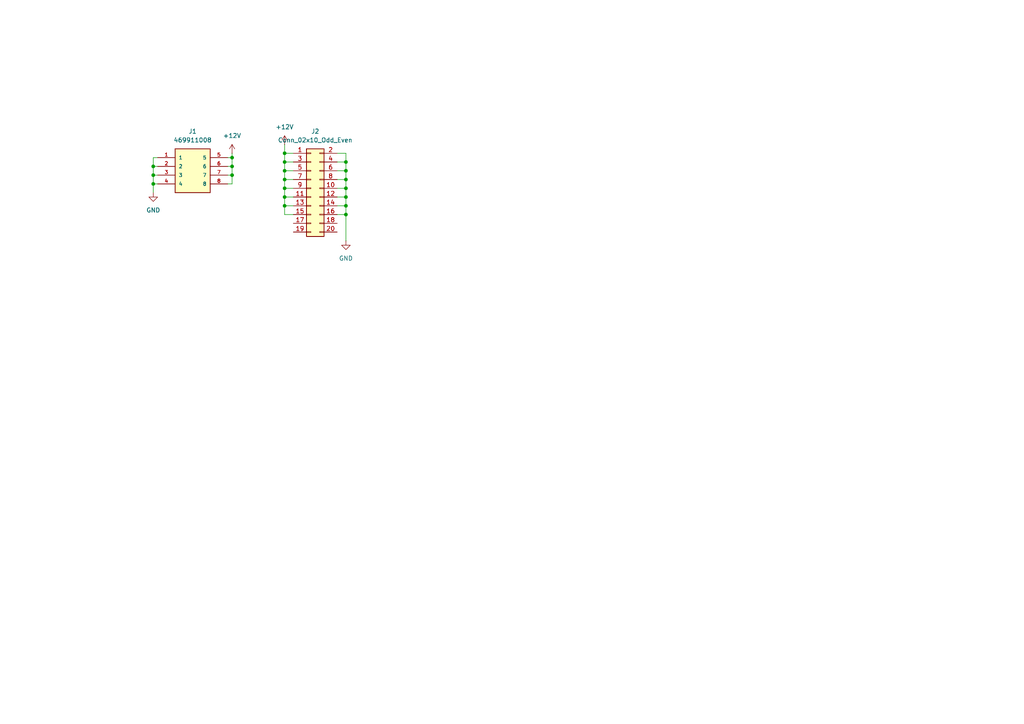
<source format=kicad_sch>
(kicad_sch (version 20231120) (generator "eeschema") (generator_version "8.0")
  (paper "A4")
  (lib_symbols
    (symbol "0039281083:0039281083" (pin_names (offset 1.016))
      (property "Reference" "J" (at -5.08 5.842 0))
      (property "Value" "0039281083" (at -5.08 -8.382 0))
      (symbol "0039281083_0_0"
        (rectangle (start -5.08 -7.62) (end 5.08 5.08) (stroke (width 0.254)) (fill (type background)))
        (pin passive line (at -10.16 2.54 0) (length 5.08) (name "1") (number "1"))
        (pin passive line (at -10.16 0 0) (length 5.08) (name "2") (number "2"))
        (pin passive line (at -10.16 -2.54 0) (length 5.08) (name "3") (number "3"))
        (pin passive line (at -10.16 -5.08 0) (length 5.08) (name "4") (number "4"))
        (pin passive line (at 10.16 2.54 180) (length 5.08) (name "5") (number "5"))
        (pin passive line (at 10.16 0 180) (length 5.08) (name "6") (number "6"))
        (pin passive line (at 10.16 -2.54 180) (length 5.08) (name "7") (number "7"))
        (pin passive line (at 10.16 -5.08 180) (length 5.08) (name "8") (number "8"))
      )
    )
    (symbol "Connector_Generic:Conn_02x10_Odd_Even" (pin_names (offset 1.016) hide)
      (property "Reference" "J" (at 1.27 12.7 0))
      (property "Value" "Conn_02x10_Odd_Even" (at 1.27 -15.24 0))
      (symbol "Conn_02x10_Odd_Even_1_1"
        (rectangle (start -1.27 -12.573) (end 0 -12.827) (stroke (width 0.1524)))
        (rectangle (start -1.27 -10.033) (end 0 -10.287) (stroke (width 0.1524)))
        (rectangle (start -1.27 -7.493) (end 0 -7.747) (stroke (width 0.1524)))
        (rectangle (start -1.27 -4.953) (end 0 -5.207) (stroke (width 0.1524)))
        (rectangle (start -1.27 -2.413) (end 0 -2.667) (stroke (width 0.1524)))
        (rectangle (start -1.27 0.127) (end 0 -0.127) (stroke (width 0.1524)))
        (rectangle (start -1.27 2.667) (end 0 2.413) (stroke (width 0.1524)))
        (rectangle (start -1.27 5.207) (end 0 4.953) (stroke (width 0.1524)))
        (rectangle (start -1.27 7.747) (end 0 7.493) (stroke (width 0.1524)))
        (rectangle (start -1.27 10.287) (end 0 10.033) (stroke (width 0.1524)))
        (rectangle (start -1.27 11.43) (end 3.81 -13.97) (stroke (width 0.254)) (fill (type background)))
        (rectangle (start 3.81 -12.573) (end 2.54 -12.827) (stroke (width 0.1524)))
        (rectangle (start 3.81 -10.033) (end 2.54 -10.287) (stroke (width 0.1524)))
        (rectangle (start 3.81 -7.493) (end 2.54 -7.747) (stroke (width 0.1524)))
        (rectangle (start 3.81 -4.953) (end 2.54 -5.207) (stroke (width 0.1524)))
        (rectangle (start 3.81 -2.413) (end 2.54 -2.667) (stroke (width 0.1524)))
        (rectangle (start 3.81 0.127) (end 2.54 -0.127) (stroke (width 0.1524)))
        (rectangle (start 3.81 2.667) (end 2.54 2.413) (stroke (width 0.1524)))
        (rectangle (start 3.81 5.207) (end 2.54 4.953) (stroke (width 0.1524)))
        (rectangle (start 3.81 7.747) (end 2.54 7.493) (stroke (width 0.1524)))
        (rectangle (start 3.81 10.287) (end 2.54 10.033) (stroke (width 0.1524)))
        (pin passive line (at -5.08 10.16 0) (length 3.81) (name "Pin_1") (number "1"))
        (pin passive line (at 7.62 0 180) (length 3.81) (name "Pin_10") (number "10"))
        (pin passive line (at -5.08 -2.54 0) (length 3.81) (name "Pin_11") (number "11"))
        (pin passive line (at 7.62 -2.54 180) (length 3.81) (name "Pin_12") (number "12"))
        (pin passive line (at -5.08 -5.08 0) (length 3.81) (name "Pin_13") (number "13"))
        (pin passive line (at 7.62 -5.08 180) (length 3.81) (name "Pin_14") (number "14"))
        (pin passive line (at -5.08 -7.62 0) (length 3.81) (name "Pin_15") (number "15"))
        (pin passive line (at 7.62 -7.62 180) (length 3.81) (name "Pin_16") (number "16"))
        (pin passive line (at -5.08 -10.16 0) (length 3.81) (name "Pin_17") (number "17"))
        (pin passive line (at 7.62 -10.16 180) (length 3.81) (name "Pin_18") (number "18"))
        (pin passive line (at -5.08 -12.7 0) (length 3.81) (name "Pin_19") (number "19"))
        (pin passive line (at 7.62 10.16 180) (length 3.81) (name "Pin_2") (number "2"))
        (pin passive line (at 7.62 -12.7 180) (length 3.81) (name "Pin_20") (number "20"))
        (pin passive line (at -5.08 7.62 0) (length 3.81) (name "Pin_3") (number "3"))
        (pin passive line (at 7.62 7.62 180) (length 3.81) (name "Pin_4") (number "4"))
        (pin passive line (at -5.08 5.08 0) (length 3.81) (name "Pin_5") (number "5"))
        (pin passive line (at 7.62 5.08 180) (length 3.81) (name "Pin_6") (number "6"))
        (pin passive line (at -5.08 2.54 0) (length 3.81) (name "Pin_7") (number "7"))
        (pin passive line (at 7.62 2.54 180) (length 3.81) (name "Pin_8") (number "8"))
        (pin passive line (at -5.08 0 0) (length 3.81) (name "Pin_9") (number "9"))
      )
    )
    (symbol "power:+12V" (power) (pin_numbers hide) (pin_names (offset 0) hide)
      (property "Value" "+12V" (at 0 3.556 0))
      (symbol "+12V_0_1"
        (polyline (pts (xy -0.762 1.27) (xy 0 2.54)))
        (polyline (pts (xy 0 0) (xy 0 2.54)))
        (polyline (pts (xy 0 2.54) (xy 0.762 1.27)))
      )
      (symbol "+12V_1_1"
        (pin power_in line (at 0 0 90) (length 0) (name "~") (number "1"))
      )
    )
    (symbol "power:GND" (power) (pin_numbers hide) (pin_names (offset 0) hide)
      (property "Value" "GND" (at 0 -3.81 0))
      (symbol "GND_0_1"
        (polyline (pts (xy 0 0) (xy 0 -1.27) (xy 1.27 -1.27) (xy 0 -2.54) (xy -1.27 -1.27) (xy 0 -1.27)))
      )
      (symbol "GND_1_1"
        (pin power_in line (at 0 0 270) (length 0) (name "~") (number "1"))
      )
    )
  )
  (junction (at 100.33 52.07))
  (junction (at 82.55 46.99))
  (junction (at 67.31 45.72))
  (junction (at 100.33 59.69))
  (junction (at 82.55 59.69))
  (junction (at 67.31 50.8))
  (junction (at 82.55 52.07))
  (junction (at 44.45 48.26))
  (junction (at 82.55 57.15))
  (junction (at 44.45 53.34))
  (junction (at 82.55 54.61))
  (junction (at 100.33 57.15))
  (junction (at 100.33 46.99))
  (junction (at 82.55 44.45))
  (junction (at 100.33 49.53))
  (junction (at 67.31 48.26))
  (junction (at 100.33 62.23))
  (junction (at 100.33 54.61))
  (junction (at 44.45 50.8))
  (junction (at 82.55 49.53))
  (wire (pts (xy 100.33 54.61) (xy 100.33 57.15)))
  (wire (pts (xy 82.55 57.15) (xy 82.55 54.61)))
  (wire (pts (xy 82.55 49.53) (xy 85.09 49.53)))
  (wire (pts (xy 100.33 46.99) (xy 100.33 49.53)))
  (wire (pts (xy 82.55 52.07) (xy 82.55 54.61)))
  (wire (pts (xy 85.09 46.99) (xy 82.55 46.99)))
  (wire (pts (xy 45.72 45.72) (xy 44.45 45.72)))
  (wire (pts (xy 67.31 53.34) (xy 67.31 50.8)))
  (wire (pts (xy 66.04 48.26) (xy 67.31 48.26)))
  (wire (pts (xy 44.45 48.26) (xy 44.45 50.8)))
  (wire (pts (xy 97.79 46.99) (xy 100.33 46.99)))
  (wire (pts (xy 67.31 45.72) (xy 67.31 44.45)))
  (wire (pts (xy 97.79 49.53) (xy 100.33 49.53)))
  (wire (pts (xy 100.33 44.45) (xy 100.33 46.99)))
  (wire (pts (xy 97.79 57.15) (xy 100.33 57.15)))
  (wire (pts (xy 82.55 62.23) (xy 82.55 59.69)))
  (wire (pts (xy 100.33 57.15) (xy 100.33 59.69)))
  (wire (pts (xy 97.79 54.61) (xy 100.33 54.61)))
  (wire (pts (xy 82.55 52.07) (xy 82.55 49.53)))
  (wire (pts (xy 45.72 48.26) (xy 44.45 48.26)))
  (wire (pts (xy 85.09 62.23) (xy 82.55 62.23)))
  (wire (pts (xy 100.33 62.23) (xy 100.33 69.85)))
  (wire (pts (xy 100.33 49.53) (xy 100.33 52.07)))
  (wire (pts (xy 85.09 59.69) (xy 82.55 59.69)))
  (wire (pts (xy 66.04 50.8) (xy 67.31 50.8)))
  (wire (pts (xy 66.04 45.72) (xy 67.31 45.72)))
  (wire (pts (xy 97.79 44.45) (xy 100.33 44.45)))
  (wire (pts (xy 97.79 62.23) (xy 100.33 62.23)))
  (wire (pts (xy 97.79 59.69) (xy 100.33 59.69)))
  (wire (pts (xy 82.55 46.99) (xy 82.55 49.53)))
  (wire (pts (xy 67.31 48.26) (xy 67.31 45.72)))
  (wire (pts (xy 100.33 59.69) (xy 100.33 62.23)))
  (wire (pts (xy 100.33 52.07) (xy 100.33 54.61)))
  (wire (pts (xy 44.45 53.34) (xy 44.45 55.88)))
  (wire (pts (xy 85.09 52.07) (xy 82.55 52.07)))
  (wire (pts (xy 45.72 50.8) (xy 44.45 50.8)))
  (wire (pts (xy 85.09 57.15) (xy 82.55 57.15)))
  (wire (pts (xy 44.45 45.72) (xy 44.45 48.26)))
  (wire (pts (xy 67.31 50.8) (xy 67.31 48.26)))
  (wire (pts (xy 82.55 46.99) (xy 82.55 44.45)))
  (wire (pts (xy 82.55 54.61) (xy 85.09 54.61)))
  (wire (pts (xy 66.04 53.34) (xy 67.31 53.34)))
  (wire (pts (xy 45.72 53.34) (xy 44.45 53.34)))
  (wire (pts (xy 82.55 41.91) (xy 82.55 44.45)))
  (wire (pts (xy 82.55 44.45) (xy 85.09 44.45)))
  (wire (pts (xy 82.55 59.69) (xy 82.55 57.15)))
  (wire (pts (xy 44.45 50.8) (xy 44.45 53.34)))
  (wire (pts (xy 97.79 52.07) (xy 100.33 52.07)))
  (symbol (lib_id "power:+12V") (at 82.55 41.91 0) (unit 1)
    (property "Reference" "#PWR04" (effects (hide yes)))
    (property "Value" "+12V" (at 82.55 36.83 0))
    (property "Description" "Power symbol creates a global label with name \"+12V\"" (effects (hide yes)))
  )
  (symbol (lib_id "power:GND") (at 100.33 69.85 0) (unit 1)
    (property "Reference" "#PWR02" (effects (hide yes)))
    (property "Value" "GND" (at 100.33 74.93 0))
    (property "Description" "Power symbol creates a global label with name \"GND\" , ground" (effects (hide yes)))
  )
  (symbol (lib_id "Connector_Generic:Conn_02x10_Odd_Even") (at 90.17 54.61 0) (unit 1)
    (property "Reference" "J2" (at 91.44 38.1 0))
    (property "Value" "Conn_02x10_Odd_Even" (at 91.44 40.64 0))
    (property "Footprint" "XG_Mobile:20P_Slot_Power" (effects (hide yes)))
    (property "Description" "Generic connector, double row, 02x10, odd/even pin numbering scheme (row 1 odd numbers, row 2 even numbers), script generated (kicad-library-utils/schlib/autogen/connector/)" (effects (hide yes)))
  )
  (symbol (lib_id "power:GND") (at 44.45 55.88 0) (unit 1)
    (property "Reference" "#PWR01" (effects (hide yes)))
    (property "Value" "GND" (at 44.45 60.96 0))
    (property "Description" "Power symbol creates a global label with name \"GND\" , ground" (effects (hide yes)))
  )
  (symbol (lib_id "power:+12V") (at 67.31 44.45 0) (unit 1)
    (property "Reference" "#PWR03" (effects (hide yes)))
    (property "Value" "+12V" (at 67.31 39.37 0))
    (property "Description" "Power symbol creates a global label with name \"+12V\"" (effects (hide yes)))
  )
  (symbol (lib_id "0039281083:0039281083") (at 55.88 48.26 0) (unit 1)
    (property "Reference" "J1" (at 55.88 38.1 0))
    (property "Value" "469911008" (at 55.88 40.64 0))
    (property "Footprint" "469911008:CON_469911008" (effects (hide yes)))
    (property "PARTREV" "M2" (effects (hide yes)))
    (property "STANDARD" "Manufacturer Recommendation" (effects (hide yes)))
    (property "MAXIMUM_PACKAGE_HEIGHT" "13.10mm" (effects (hide yes)))
    (property "MANUFACTURER" "MOLEX" (effects (hide yes)))
  )
)
</source>
